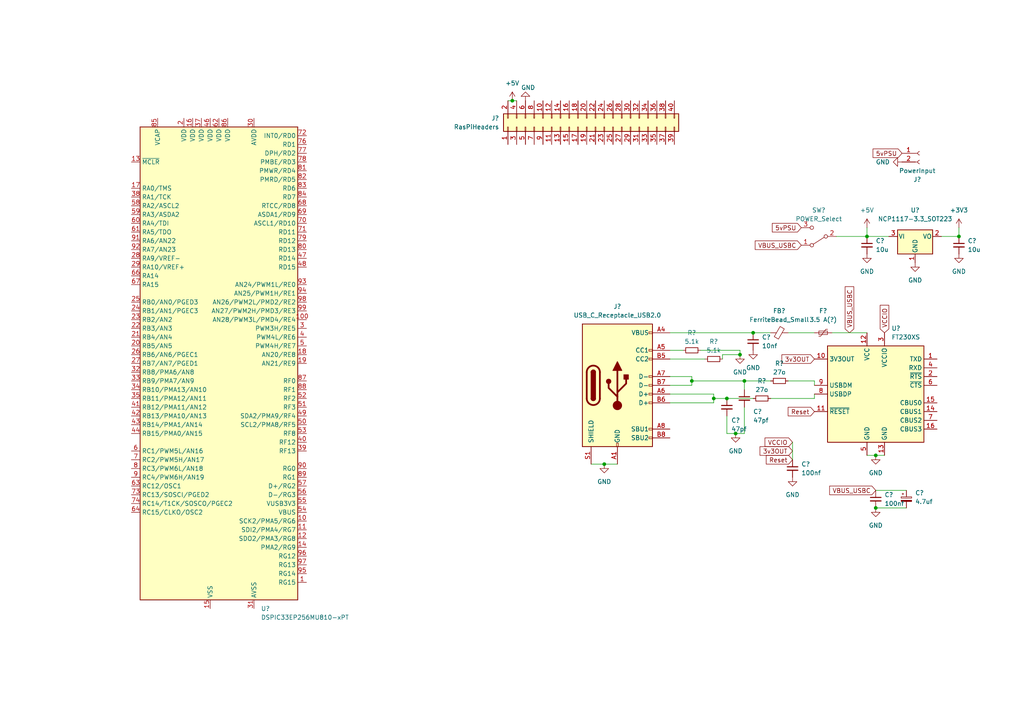
<source format=kicad_sch>
(kicad_sch (version 20211123) (generator eeschema)
  (paper "A4")
  (lib_symbols
    (symbol "Connector:Conn_01x02_Female" (pin_names (offset 1.016) hide)
      (property "Reference" "J" (at 0 2.54 0))
      (property "Value" "Conn_01x02_Female" (at 0 -5.08 0))
      (symbol "Conn_01x02_Female_1_1"
        (arc (start 0 -2.032) (mid -0.508 -2.54) (end 0 -3.048) (stroke (width 0.1524)))
        (polyline (pts (xy -1.27 -2.54) (xy -0.508 -2.54)) (stroke (width 0.1524)))
        (polyline (pts (xy -1.27 0) (xy -0.508 0)) (stroke (width 0.1524)))
        (arc (start 0 0.508) (mid -0.508 0) (end 0 -0.508) (stroke (width 0.1524)))
        (pin passive line (at -5.08 0 0) (length 3.81) (name "Pin_1") (number "1"))
        (pin passive line (at -5.08 -2.54 0) (length 3.81) (name "Pin_2") (number "2"))
      )
    )
    (symbol "Connector:USB_C_Receptacle_USB2.0" (pin_names (offset 1.016))
      (property "Reference" "J" (at -10.16 19.05 0))
      (property "Value" "USB_C_Receptacle_USB2.0" (at 19.05 19.05 0))
      (symbol "USB_C_Receptacle_USB2.0_0_0"
        (rectangle (start -0.254 -17.78) (end 0.254 -16.764))
        (rectangle (start 10.16 -14.986) (end 9.144 -15.494))
        (rectangle (start 10.16 -12.446) (end 9.144 -12.954))
        (rectangle (start 10.16 -4.826) (end 9.144 -5.334))
        (rectangle (start 10.16 -2.286) (end 9.144 -2.794))
        (rectangle (start 10.16 0.254) (end 9.144 -0.254))
        (rectangle (start 10.16 2.794) (end 9.144 2.286))
        (rectangle (start 10.16 7.874) (end 9.144 7.366))
        (rectangle (start 10.16 10.414) (end 9.144 9.906))
        (rectangle (start 10.16 15.494) (end 9.144 14.986))
      )
      (symbol "USB_C_Receptacle_USB2.0_0_1"
        (rectangle (start -10.16 17.78) (end 10.16 -17.78) (stroke (width 0.254)) (fill (type background)))
        (arc (start -8.89 -3.81) (mid -6.985 -5.715) (end -5.08 -3.81) (stroke (width 0.508)))
        (arc (start -7.62 -3.81) (mid -6.985 -4.445) (end -6.35 -3.81) (stroke (width 0.254)))
        (arc (start -7.62 -3.81) (mid -6.985 -4.445) (end -6.35 -3.81) (stroke (width 0.254)) (fill (type outline)))
        (rectangle (start -7.62 -3.81) (end -6.35 3.81) (stroke (width 0.254)) (fill (type outline)))
        (arc (start -6.35 3.81) (mid -6.985 4.445) (end -7.62 3.81) (stroke (width 0.254)))
        (arc (start -6.35 3.81) (mid -6.985 4.445) (end -7.62 3.81) (stroke (width 0.254)) (fill (type outline)))
        (arc (start -5.08 3.81) (mid -6.985 5.715) (end -8.89 3.81) (stroke (width 0.508)))
        (circle (center -2.54 1.143) (radius 0.635) (stroke (width 0.254)) (fill (type outline)))
        (circle (center 0 -5.842) (radius 1.27) (fill (type outline)))
        (polyline (pts (xy -8.89 -3.81) (xy -8.89 3.81)) (stroke (width 0.508)))
        (polyline (pts (xy -5.08 3.81) (xy -5.08 -3.81)) (stroke (width 0.508)))
        (polyline (pts (xy 0 -5.842) (xy 0 4.318)) (stroke (width 0.508)))
        (polyline (pts (xy 0 -3.302) (xy -2.54 -0.762) (xy -2.54 0.508)) (stroke (width 0.508)))
        (polyline (pts (xy 0 -2.032) (xy 2.54 0.508) (xy 2.54 1.778)) (stroke (width 0.508)))
        (polyline (pts (xy -1.27 4.318) (xy 0 6.858) (xy 1.27 4.318) (xy -1.27 4.318)) (stroke (width 0.254)) (fill (type outline)))
        (rectangle (start 1.905 1.778) (end 3.175 3.048) (stroke (width 0.254)) (fill (type outline)))
      )
      (symbol "USB_C_Receptacle_USB2.0_1_1"
        (pin passive line (at 0 -22.86 90) (length 5.08) (name "GND") (number "A1"))
        (pin passive line (at 0 -22.86 90) (length 5.08) hide (name "GND") (number "A12"))
        (pin passive line (at 15.24 15.24 180) (length 5.08) (name "VBUS") (number "A4"))
        (pin bidirectional line (at 15.24 10.16 180) (length 5.08) (name "CC1") (number "A5"))
        (pin bidirectional line (at 15.24 -2.54 180) (length 5.08) (name "D+") (number "A6"))
        (pin bidirectional line (at 15.24 2.54 180) (length 5.08) (name "D-") (number "A7"))
        (pin bidirectional line (at 15.24 -12.7 180) (length 5.08) (name "SBU1") (number "A8"))
        (pin passive line (at 15.24 15.24 180) (length 5.08) hide (name "VBUS") (number "A9"))
        (pin passive line (at 0 -22.86 90) (length 5.08) hide (name "GND") (number "B1"))
        (pin passive line (at 0 -22.86 90) (length 5.08) hide (name "GND") (number "B12"))
        (pin passive line (at 15.24 15.24 180) (length 5.08) hide (name "VBUS") (number "B4"))
        (pin bidirectional line (at 15.24 7.62 180) (length 5.08) (name "CC2") (number "B5"))
        (pin bidirectional line (at 15.24 -5.08 180) (length 5.08) (name "D+") (number "B6"))
        (pin bidirectional line (at 15.24 0 180) (length 5.08) (name "D-") (number "B7"))
        (pin bidirectional line (at 15.24 -15.24 180) (length 5.08) (name "SBU2") (number "B8"))
        (pin passive line (at 15.24 15.24 180) (length 5.08) hide (name "VBUS") (number "B9"))
        (pin passive line (at -7.62 -22.86 90) (length 5.08) (name "SHIELD") (number "S1"))
      )
    )
    (symbol "Connector_Generic:Conn_02x20_Odd_Even" (pin_names (offset 1.016) hide)
      (property "Reference" "J" (at 1.27 25.4 0))
      (property "Value" "Conn_02x20_Odd_Even" (at 1.27 -27.94 0))
      (symbol "Conn_02x20_Odd_Even_1_1"
        (rectangle (start -1.27 -25.273) (end 0 -25.527) (stroke (width 0.1524)))
        (rectangle (start -1.27 -22.733) (end 0 -22.987) (stroke (width 0.1524)))
        (rectangle (start -1.27 -20.193) (end 0 -20.447) (stroke (width 0.1524)))
        (rectangle (start -1.27 -17.653) (end 0 -17.907) (stroke (width 0.1524)))
        (rectangle (start -1.27 -15.113) (end 0 -15.367) (stroke (width 0.1524)))
        (rectangle (start -1.27 -12.573) (end 0 -12.827) (stroke (width 0.1524)))
        (rectangle (start -1.27 -10.033) (end 0 -10.287) (stroke (width 0.1524)))
        (rectangle (start -1.27 -7.493) (end 0 -7.747) (stroke (width 0.1524)))
        (rectangle (start -1.27 -4.953) (end 0 -5.207) (stroke (width 0.1524)))
        (rectangle (start -1.27 -2.413) (end 0 -2.667) (stroke (width 0.1524)))
        (rectangle (start -1.27 0.127) (end 0 -0.127) (stroke (width 0.1524)))
        (rectangle (start -1.27 2.667) (end 0 2.413) (stroke (width 0.1524)))
        (rectangle (start -1.27 5.207) (end 0 4.953) (stroke (width 0.1524)))
        (rectangle (start -1.27 7.747) (end 0 7.493) (stroke (width 0.1524)))
        (rectangle (start -1.27 10.287) (end 0 10.033) (stroke (width 0.1524)))
        (rectangle (start -1.27 12.827) (end 0 12.573) (stroke (width 0.1524)))
        (rectangle (start -1.27 15.367) (end 0 15.113) (stroke (width 0.1524)))
        (rectangle (start -1.27 17.907) (end 0 17.653) (stroke (width 0.1524)))
        (rectangle (start -1.27 20.447) (end 0 20.193) (stroke (width 0.1524)))
        (rectangle (start -1.27 22.987) (end 0 22.733) (stroke (width 0.1524)))
        (rectangle (start -1.27 24.13) (end 3.81 -26.67) (stroke (width 0.254)) (fill (type background)))
        (rectangle (start 3.81 -25.273) (end 2.54 -25.527) (stroke (width 0.1524)))
        (rectangle (start 3.81 -22.733) (end 2.54 -22.987) (stroke (width 0.1524)))
        (rectangle (start 3.81 -20.193) (end 2.54 -20.447) (stroke (width 0.1524)))
        (rectangle (start 3.81 -17.653) (end 2.54 -17.907) (stroke (width 0.1524)))
        (rectangle (start 3.81 -15.113) (end 2.54 -15.367) (stroke (width 0.1524)))
        (rectangle (start 3.81 -12.573) (end 2.54 -12.827) (stroke (width 0.1524)))
        (rectangle (start 3.81 -10.033) (end 2.54 -10.287) (stroke (width 0.1524)))
        (rectangle (start 3.81 -7.493) (end 2.54 -7.747) (stroke (width 0.1524)))
        (rectangle (start 3.81 -4.953) (end 2.54 -5.207) (stroke (width 0.1524)))
        (rectangle (start 3.81 -2.413) (end 2.54 -2.667) (stroke (width 0.1524)))
        (rectangle (start 3.81 0.127) (end 2.54 -0.127) (stroke (width 0.1524)))
        (rectangle (start 3.81 2.667) (end 2.54 2.413) (stroke (width 0.1524)))
        (rectangle (start 3.81 5.207) (end 2.54 4.953) (stroke (width 0.1524)))
        (rectangle (start 3.81 7.747) (end 2.54 7.493) (stroke (width 0.1524)))
        (rectangle (start 3.81 10.287) (end 2.54 10.033) (stroke (width 0.1524)))
        (rectangle (start 3.81 12.827) (end 2.54 12.573) (stroke (width 0.1524)))
        (rectangle (start 3.81 15.367) (end 2.54 15.113) (stroke (width 0.1524)))
        (rectangle (start 3.81 17.907) (end 2.54 17.653) (stroke (width 0.1524)))
        (rectangle (start 3.81 20.447) (end 2.54 20.193) (stroke (width 0.1524)))
        (rectangle (start 3.81 22.987) (end 2.54 22.733) (stroke (width 0.1524)))
        (pin passive line (at -5.08 22.86 0) (length 3.81) (name "Pin_1") (number "1"))
        (pin passive line (at 7.62 12.7 180) (length 3.81) (name "Pin_10") (number "10"))
        (pin passive line (at -5.08 10.16 0) (length 3.81) (name "Pin_11") (number "11"))
        (pin passive line (at 7.62 10.16 180) (length 3.81) (name "Pin_12") (number "12"))
        (pin passive line (at -5.08 7.62 0) (length 3.81) (name "Pin_13") (number "13"))
        (pin passive line (at 7.62 7.62 180) (length 3.81) (name "Pin_14") (number "14"))
        (pin passive line (at -5.08 5.08 0) (length 3.81) (name "Pin_15") (number "15"))
        (pin passive line (at 7.62 5.08 180) (length 3.81) (name "Pin_16") (number "16"))
        (pin passive line (at -5.08 2.54 0) (length 3.81) (name "Pin_17") (number "17"))
        (pin passive line (at 7.62 2.54 180) (length 3.81) (name "Pin_18") (number "18"))
        (pin passive line (at -5.08 0 0) (length 3.81) (name "Pin_19") (number "19"))
        (pin passive line (at 7.62 22.86 180) (length 3.81) (name "Pin_2") (number "2"))
        (pin passive line (at 7.62 0 180) (length 3.81) (name "Pin_20") (number "20"))
        (pin passive line (at -5.08 -2.54 0) (length 3.81) (name "Pin_21") (number "21"))
        (pin passive line (at 7.62 -2.54 180) (length 3.81) (name "Pin_22") (number "22"))
        (pin passive line (at -5.08 -5.08 0) (length 3.81) (name "Pin_23") (number "23"))
        (pin passive line (at 7.62 -5.08 180) (length 3.81) (name "Pin_24") (number "24"))
        (pin passive line (at -5.08 -7.62 0) (length 3.81) (name "Pin_25") (number "25"))
        (pin passive line (at 7.62 -7.62 180) (length 3.81) (name "Pin_26") (number "26"))
        (pin passive line (at -5.08 -10.16 0) (length 3.81) (name "Pin_27") (number "27"))
        (pin passive line (at 7.62 -10.16 180) (length 3.81) (name "Pin_28") (number "28"))
        (pin passive line (at -5.08 -12.7 0) (length 3.81) (name "Pin_29") (number "29"))
        (pin passive line (at -5.08 20.32 0) (length 3.81) (name "Pin_3") (number "3"))
        (pin passive line (at 7.62 -12.7 180) (length 3.81) (name "Pin_30") (number "30"))
        (pin passive line (at -5.08 -15.24 0) (length 3.81) (name "Pin_31") (number "31"))
        (pin passive line (at 7.62 -15.24 180) (length 3.81) (name "Pin_32") (number "32"))
        (pin passive line (at -5.08 -17.78 0) (length 3.81) (name "Pin_33") (number "33"))
        (pin passive line (at 7.62 -17.78 180) (length 3.81) (name "Pin_34") (number "34"))
        (pin passive line (at -5.08 -20.32 0) (length 3.81) (name "Pin_35") (number "35"))
        (pin passive line (at 7.62 -20.32 180) (length 3.81) (name "Pin_36") (number "36"))
        (pin passive line (at -5.08 -22.86 0) (length 3.81) (name "Pin_37") (number "37"))
        (pin passive line (at 7.62 -22.86 180) (length 3.81) (name "Pin_38") (number "38"))
        (pin passive line (at -5.08 -25.4 0) (length 3.81) (name "Pin_39") (number "39"))
        (pin passive line (at 7.62 20.32 180) (length 3.81) (name "Pin_4") (number "4"))
        (pin passive line (at 7.62 -25.4 180) (length 3.81) (name "Pin_40") (number "40"))
        (pin passive line (at -5.08 17.78 0) (length 3.81) (name "Pin_5") (number "5"))
        (pin passive line (at 7.62 17.78 180) (length 3.81) (name "Pin_6") (number "6"))
        (pin passive line (at -5.08 15.24 0) (length 3.81) (name "Pin_7") (number "7"))
        (pin passive line (at 7.62 15.24 180) (length 3.81) (name "Pin_8") (number "8"))
        (pin passive line (at -5.08 12.7 0) (length 3.81) (name "Pin_9") (number "9"))
      )
    )
    (symbol "DSP_Microchip_DSPIC33:DSPIC33EP256MU810-xPT"
      (property "Reference" "U" (at 19.05 69.85 0))
      (property "Value" "DSPIC33EP256MU810-xPT" (at 0 -2.54 90))
      (symbol "DSPIC33EP256MU810-xPT_0_1"
        (rectangle (start -22.86 68.58) (end 22.86 -68.58) (stroke (width 0.254)) (fill (type background)))
      )
      (symbol "DSPIC33EP256MU810-xPT_1_1"
        (pin bidirectional line (at 25.4 -63.5 180) (length 2.54) (name "RG15") (number "1"))
        (pin bidirectional line (at 25.4 -45.72 180) (length 2.54) (name "SCK2/PMA5/RG6") (number "10"))
        (pin bidirectional line (at 25.4 12.7 180) (length 2.54) (name "AN28/PWM3L/PMD4/RE4") (number "100"))
        (pin bidirectional line (at 25.4 -48.26 180) (length 2.54) (name "SDI2/PMA4/RG7") (number "11"))
        (pin bidirectional line (at 25.4 -50.8 180) (length 2.54) (name "SDO2/PMA3/RG8") (number "12"))
        (pin input line (at -25.4 58.42 0) (length 2.54) (name "~{MCLR}") (number "13"))
        (pin bidirectional line (at 25.4 -53.34 180) (length 2.54) (name "PMA2/RG9") (number "14"))
        (pin power_in line (at -2.54 -71.12 90) (length 2.54) (name "VSS") (number "15"))
        (pin power_in line (at -7.62 71.12 270) (length 2.54) (name "VDD") (number "16"))
        (pin bidirectional line (at -25.4 50.8 0) (length 2.54) (name "RA0/TMS") (number "17"))
        (pin bidirectional line (at 25.4 2.54 180) (length 2.54) (name "AN20/RE8") (number "18"))
        (pin bidirectional line (at 25.4 0 180) (length 2.54) (name "AN21/RE9") (number "19"))
        (pin power_in line (at -10.16 71.12 270) (length 2.54) (name "VDD") (number "2"))
        (pin bidirectional line (at -25.4 5.08 0) (length 2.54) (name "RB5/AN5") (number "20"))
        (pin bidirectional line (at -25.4 7.62 0) (length 2.54) (name "RB4/AN4") (number "21"))
        (pin bidirectional line (at -25.4 10.16 0) (length 2.54) (name "RB3/AN3") (number "22"))
        (pin bidirectional line (at -25.4 12.7 0) (length 2.54) (name "RB2/AN2") (number "23"))
        (pin bidirectional line (at -25.4 15.24 0) (length 2.54) (name "RB1/AN1/PGEC3") (number "24"))
        (pin bidirectional line (at -25.4 17.78 0) (length 2.54) (name "RB0/AN0/PGED3") (number "25"))
        (pin bidirectional line (at -25.4 2.54 0) (length 2.54) (name "RB6/AN6/PGEC1") (number "26"))
        (pin bidirectional line (at -25.4 0 0) (length 2.54) (name "RB7/AN7/PGED1") (number "27"))
        (pin bidirectional line (at -25.4 30.48 0) (length 2.54) (name "RA9/VREF-") (number "28"))
        (pin bidirectional line (at -25.4 27.94 0) (length 2.54) (name "RA10/VREF+") (number "29"))
        (pin bidirectional line (at 25.4 10.16 180) (length 2.54) (name "PWM3H/RE5") (number "3"))
        (pin power_in line (at 10.16 71.12 270) (length 2.54) (name "AVDD") (number "30"))
        (pin power_in line (at 10.16 -71.12 90) (length 2.54) (name "AVSS") (number "31"))
        (pin bidirectional line (at -25.4 -2.54 0) (length 2.54) (name "RB8/PMA6/AN8") (number "32"))
        (pin bidirectional line (at -25.4 -5.08 0) (length 2.54) (name "RB9/PMA7/AN9") (number "33"))
        (pin bidirectional line (at -25.4 -7.62 0) (length 2.54) (name "RB10/PMA13/AN10") (number "34"))
        (pin bidirectional line (at -25.4 -10.16 0) (length 2.54) (name "RB11/PMA12/AN11") (number "35"))
        (pin passive line (at -2.54 -71.12 90) (length 2.54) hide (name "VSS") (number "36"))
        (pin power_in line (at -5.08 71.12 270) (length 2.54) (name "VDD") (number "37"))
        (pin bidirectional line (at -25.4 48.26 0) (length 2.54) (name "RA1/TCK") (number "38"))
        (pin bidirectional line (at 25.4 -25.4 180) (length 2.54) (name "RF13") (number "39"))
        (pin bidirectional line (at 25.4 7.62 180) (length 2.54) (name "PWM4L/RE6") (number "4"))
        (pin bidirectional line (at 25.4 -22.86 180) (length 2.54) (name "RF12") (number "40"))
        (pin bidirectional line (at -25.4 -12.7 0) (length 2.54) (name "RB12/PMA11/AN12") (number "41"))
        (pin bidirectional line (at -25.4 -15.24 0) (length 2.54) (name "RB13/PMA10/AN13") (number "42"))
        (pin bidirectional line (at -25.4 -17.78 0) (length 2.54) (name "RB14/PMA1/AN14") (number "43"))
        (pin bidirectional line (at -25.4 -20.32 0) (length 2.54) (name "RB15/PMA0/AN15") (number "44"))
        (pin passive line (at -2.54 -71.12 90) (length 2.54) hide (name "VSS") (number "45"))
        (pin power_in line (at -2.54 71.12 270) (length 2.54) (name "VDD") (number "46"))
        (pin bidirectional line (at 25.4 30.48 180) (length 2.54) (name "RD14") (number "47"))
        (pin bidirectional line (at 25.4 27.94 180) (length 2.54) (name "RD15") (number "48"))
        (pin bidirectional line (at 25.4 -15.24 180) (length 2.54) (name "SDA2/PMA9/RF4") (number "49"))
        (pin bidirectional line (at 25.4 5.08 180) (length 2.54) (name "PWM4H/RE7") (number "5"))
        (pin bidirectional line (at 25.4 -17.78 180) (length 2.54) (name "SCL2/PMA8/RF5") (number "50"))
        (pin bidirectional line (at 25.4 -12.7 180) (length 2.54) (name "RF3") (number "51"))
        (pin bidirectional line (at 25.4 -10.16 180) (length 2.54) (name "RF2") (number "52"))
        (pin bidirectional line (at 25.4 -20.32 180) (length 2.54) (name "RF8") (number "53"))
        (pin bidirectional line (at 25.4 -43.18 180) (length 2.54) (name "VBUS") (number "54"))
        (pin bidirectional line (at 25.4 -40.64 180) (length 2.54) (name "VUSB3V3") (number "55"))
        (pin bidirectional line (at 25.4 -38.1 180) (length 2.54) (name "D-/RG3") (number "56"))
        (pin bidirectional line (at 25.4 -35.56 180) (length 2.54) (name "D+/RG2") (number "57"))
        (pin bidirectional line (at -25.4 45.72 0) (length 2.54) (name "RA2/ASCL2") (number "58"))
        (pin bidirectional line (at -25.4 43.18 0) (length 2.54) (name "RA3/ASDA2") (number "59"))
        (pin bidirectional line (at -25.4 -25.4 0) (length 2.54) (name "RC1/PWM5L/AN16") (number "6"))
        (pin bidirectional line (at -25.4 40.64 0) (length 2.54) (name "RA4/TDI") (number "60"))
        (pin bidirectional line (at -25.4 38.1 0) (length 2.54) (name "RA5/TDO") (number "61"))
        (pin power_in line (at 0 71.12 270) (length 2.54) (name "VDD") (number "62"))
        (pin bidirectional line (at -25.4 -35.56 0) (length 2.54) (name "RC12/OSC1") (number "63"))
        (pin bidirectional line (at -25.4 -43.18 0) (length 2.54) (name "RC15/CLKO/OSC2") (number "64"))
        (pin passive line (at -2.54 -71.12 90) (length 2.54) hide (name "VSS") (number "65"))
        (pin bidirectional line (at -25.4 25.4 0) (length 2.54) (name "RA14") (number "66"))
        (pin bidirectional line (at -25.4 22.86 0) (length 2.54) (name "RA15") (number "67"))
        (pin bidirectional line (at 25.4 45.72 180) (length 2.54) (name "RTCC/RD8") (number "68"))
        (pin bidirectional line (at 25.4 43.18 180) (length 2.54) (name "ASDA1/RD9") (number "69"))
        (pin bidirectional line (at -25.4 -27.94 0) (length 2.54) (name "RC2/PWM5H/AN17") (number "7"))
        (pin bidirectional line (at 25.4 40.64 180) (length 2.54) (name "ASCL1/RD10") (number "70"))
        (pin bidirectional line (at 25.4 38.1 180) (length 2.54) (name "RD11") (number "71"))
        (pin bidirectional line (at 25.4 66.04 180) (length 2.54) (name "INT0/RD0") (number "72"))
        (pin bidirectional line (at -25.4 -38.1 0) (length 2.54) (name "RC13/SOSCI/PGED2") (number "73"))
        (pin bidirectional line (at -25.4 -40.64 0) (length 2.54) (name "RC14/T1CK/SOSCO/PGEC2") (number "74"))
        (pin passive line (at -2.54 -71.12 90) (length 2.54) hide (name "VSS") (number "75"))
        (pin bidirectional line (at 25.4 63.5 180) (length 2.54) (name "RD1") (number "76"))
        (pin bidirectional line (at 25.4 60.96 180) (length 2.54) (name "DPH/RD2") (number "77"))
        (pin bidirectional line (at 25.4 58.42 180) (length 2.54) (name "PMBE/RD3") (number "78"))
        (pin bidirectional line (at 25.4 35.56 180) (length 2.54) (name "RD12") (number "79"))
        (pin bidirectional line (at -25.4 -30.48 0) (length 2.54) (name "RC3/PWM6L/AN18") (number "8"))
        (pin bidirectional line (at 25.4 33.02 180) (length 2.54) (name "RD13") (number "80"))
        (pin bidirectional line (at 25.4 55.88 180) (length 2.54) (name "PMWR/RD4") (number "81"))
        (pin bidirectional line (at 25.4 53.34 180) (length 2.54) (name "PMRD/RD5") (number "82"))
        (pin bidirectional line (at 25.4 50.8 180) (length 2.54) (name "RD6") (number "83"))
        (pin bidirectional line (at 25.4 48.26 180) (length 2.54) (name "RD7") (number "84"))
        (pin passive line (at -17.78 71.12 270) (length 2.54) (name "VCAP") (number "85"))
        (pin power_in line (at 2.54 71.12 270) (length 2.54) (name "VDD") (number "86"))
        (pin bidirectional line (at 25.4 -5.08 180) (length 2.54) (name "RF0") (number "87"))
        (pin bidirectional line (at 25.4 -7.62 180) (length 2.54) (name "RF1") (number "88"))
        (pin bidirectional line (at 25.4 -33.02 180) (length 2.54) (name "RG1") (number "89"))
        (pin bidirectional line (at -25.4 -33.02 0) (length 2.54) (name "RC4/PWM6H/AN19") (number "9"))
        (pin bidirectional line (at 25.4 -30.48 180) (length 2.54) (name "RG0") (number "90"))
        (pin bidirectional line (at -25.4 35.56 0) (length 2.54) (name "RA6/AN22") (number "91"))
        (pin bidirectional line (at -25.4 33.02 0) (length 2.54) (name "RA7/AN23") (number "92"))
        (pin bidirectional line (at 25.4 22.86 180) (length 2.54) (name "AN24/PWM1L/RE0") (number "93"))
        (pin bidirectional line (at 25.4 20.32 180) (length 2.54) (name "AN25/PWM1H/RE1") (number "94"))
        (pin bidirectional line (at 25.4 -60.96 180) (length 2.54) (name "RG14") (number "95"))
        (pin bidirectional line (at 25.4 -55.88 180) (length 2.54) (name "RG12") (number "96"))
        (pin bidirectional line (at 25.4 -58.42 180) (length 2.54) (name "RG13") (number "97"))
        (pin bidirectional line (at 25.4 17.78 180) (length 2.54) (name "AN26/PWM2L/PMD2/RE2") (number "98"))
        (pin bidirectional line (at 25.4 15.24 180) (length 2.54) (name "AN27/PWM2H/PMD3/RE3") (number "99"))
      )
    )
    (symbol "Device:C_Polarized_Small" (pin_numbers hide) (pin_names (offset 0.254) hide)
      (property "Reference" "C" (at 0.254 1.778 0))
      (property "Value" "C_Polarized_Small" (at 0.254 -2.032 0))
      (symbol "C_Polarized_Small_0_1"
        (rectangle (start -1.524 -0.3048) (end 1.524 -0.6858) (fill (type outline)))
        (rectangle (start -1.524 0.6858) (end 1.524 0.3048))
        (polyline (pts (xy -1.27 1.524) (xy -0.762 1.524)))
        (polyline (pts (xy -1.016 1.27) (xy -1.016 1.778)))
      )
      (symbol "C_Polarized_Small_1_1"
        (pin passive line (at 0 2.54 270) (length 1.8542) (name "~") (number "1"))
        (pin passive line (at 0 -2.54 90) (length 1.8542) (name "~") (number "2"))
      )
    )
    (symbol "Device:C_Small" (pin_numbers hide) (pin_names (offset 0.254) hide)
      (property "Reference" "C" (at 0.254 1.778 0))
      (property "Value" "C_Small" (at 0.254 -2.032 0))
      (symbol "C_Small_0_1"
        (polyline (pts (xy -1.524 -0.508) (xy 1.524 -0.508)) (stroke (width 0.3302)))
        (polyline (pts (xy -1.524 0.508) (xy 1.524 0.508)) (stroke (width 0.3048)))
      )
      (symbol "C_Small_1_1"
        (pin passive line (at 0 2.54 270) (length 2.032) (name "~") (number "1"))
        (pin passive line (at 0 -2.54 90) (length 2.032) (name "~") (number "2"))
      )
    )
    (symbol "Device:FerriteBead_Small" (pin_numbers hide) (pin_names (offset 0))
      (property "Reference" "FB" (at 1.905 1.27 0))
      (property "Value" "FerriteBead_Small" (at 1.905 -1.27 0))
      (symbol "FerriteBead_Small_0_1"
        (polyline (pts (xy 0 -1.27) (xy 0 -0.7874)))
        (polyline (pts (xy 0 0.889) (xy 0 1.2954)))
        (polyline (pts (xy -1.8288 0.2794) (xy -1.1176 1.4986) (xy 1.8288 -0.2032) (xy 1.1176 -1.4224) (xy -1.8288 0.2794)))
      )
      (symbol "FerriteBead_Small_1_1"
        (pin passive line (at 0 2.54 270) (length 1.27) (name "~") (number "1"))
        (pin passive line (at 0 -2.54 90) (length 1.27) (name "~") (number "2"))
      )
    )
    (symbol "Device:Polyfuse_Small" (pin_numbers hide) (pin_names (offset 0))
      (property "Reference" "F" (at -1.905 0 90))
      (property "Value" "Polyfuse_Small" (at 1.905 0 90))
      (symbol "Polyfuse_Small_0_1"
        (rectangle (start -0.508 1.27) (end 0.508 -1.27))
        (polyline (pts (xy 0 2.54) (xy 0 -2.54)))
        (polyline (pts (xy -1.016 1.27) (xy -1.016 0.762) (xy 1.016 -0.762) (xy 1.016 -1.27)))
      )
      (symbol "Polyfuse_Small_1_1"
        (pin passive line (at 0 2.54 270) (length 0.635) (name "~") (number "1"))
        (pin passive line (at 0 -2.54 90) (length 0.635) (name "~") (number "2"))
      )
    )
    (symbol "Device:R_Small" (pin_numbers hide) (pin_names (offset 0.254) hide)
      (property "Reference" "R" (at 0.762 0.508 0))
      (property "Value" "R_Small" (at 0.762 -1.016 0))
      (symbol "R_Small_0_1"
        (rectangle (start -0.762 1.778) (end 0.762 -1.778) (stroke (width 0.2032)))
      )
      (symbol "R_Small_1_1"
        (pin passive line (at 0 2.54 270) (length 0.762) (name "~") (number "1"))
        (pin passive line (at 0 -2.54 90) (length 0.762) (name "~") (number "2"))
      )
    )
    (symbol "Interface_USB:FT230XS"
      (property "Reference" "U" (at -13.97 15.24 0))
      (property "Value" "FT230XS" (at 7.62 15.24 0))
      (symbol "FT230XS_0_1"
        (rectangle (start -13.97 13.97) (end 13.97 -13.97) (stroke (width 0.254)) (fill (type background)))
      )
      (symbol "FT230XS_1_1"
        (pin output line (at 17.78 10.16 180) (length 3.81) (name "TXD") (number "1"))
        (pin power_out line (at -17.78 10.16 0) (length 3.81) (name "3V3OUT") (number "10"))
        (pin input line (at -17.78 -5.08 0) (length 3.81) (name "~{RESET}") (number "11"))
        (pin power_in line (at -2.54 17.78 270) (length 3.81) (name "VCC") (number "12"))
        (pin power_in line (at 2.54 -17.78 90) (length 3.81) (name "GND") (number "13"))
        (pin bidirectional line (at 17.78 -5.08 180) (length 3.81) (name "CBUS1") (number "14"))
        (pin bidirectional line (at 17.78 -2.54 180) (length 3.81) (name "CBUS0") (number "15"))
        (pin bidirectional line (at 17.78 -10.16 180) (length 3.81) (name "CBUS3") (number "16"))
        (pin output line (at 17.78 5.08 180) (length 3.81) (name "~{RTS}") (number "2"))
        (pin power_in line (at 2.54 17.78 270) (length 3.81) (name "VCCIO") (number "3"))
        (pin input line (at 17.78 7.62 180) (length 3.81) (name "RXD") (number "4"))
        (pin power_in line (at -2.54 -17.78 90) (length 3.81) (name "GND") (number "5"))
        (pin input line (at 17.78 2.54 180) (length 3.81) (name "~{CTS}") (number "6"))
        (pin bidirectional line (at 17.78 -7.62 180) (length 3.81) (name "CBUS2") (number "7"))
        (pin bidirectional line (at -17.78 0 0) (length 3.81) (name "USBDP") (number "8"))
        (pin bidirectional line (at -17.78 2.54 0) (length 3.81) (name "USBDM") (number "9"))
      )
    )
    (symbol "Regulator_Linear:NCP1117-3.3_SOT223" (pin_names (offset 0.254))
      (property "Reference" "U" (at -3.81 3.175 0))
      (property "Value" "NCP1117-3.3_SOT223" (at 0 3.175 0))
      (symbol "NCP1117-3.3_SOT223_0_1"
        (rectangle (start -5.08 -5.08) (end 5.08 1.905) (stroke (width 0.254)) (fill (type background)))
      )
      (symbol "NCP1117-3.3_SOT223_1_1"
        (pin power_in line (at 0 -7.62 90) (length 2.54) (name "GND") (number "1"))
        (pin power_out line (at 7.62 0 180) (length 2.54) (name "VO") (number "2"))
        (pin power_in line (at -7.62 0 0) (length 2.54) (name "VI") (number "3"))
      )
    )
    (symbol "Switch:SW_SPDT" (pin_names (offset 0) hide)
      (property "Reference" "SW" (at 0 4.318 0))
      (property "Value" "SW_SPDT" (at 0 -5.08 0))
      (symbol "SW_SPDT_0_0"
        (circle (center -2.032 0) (radius 0.508))
        (circle (center 2.032 -2.54) (radius 0.508))
      )
      (symbol "SW_SPDT_0_1"
        (polyline (pts (xy -1.524 0.254) (xy 1.651 2.286)))
        (circle (center 2.032 2.54) (radius 0.508))
      )
      (symbol "SW_SPDT_1_1"
        (pin passive line (at 5.08 2.54 180) (length 2.54) (name "A") (number "1"))
        (pin passive line (at -5.08 0 0) (length 2.54) (name "B") (number "2"))
        (pin passive line (at 5.08 -2.54 180) (length 2.54) (name "C") (number "3"))
      )
    )
    (symbol "power:+3V3" (power) (pin_names (offset 0))
      (property "Value" "+3V3" (at 0 3.556 0))
      (symbol "+3V3_0_1"
        (polyline (pts (xy -0.762 1.27) (xy 0 2.54)))
        (polyline (pts (xy 0 0) (xy 0 2.54)))
        (polyline (pts (xy 0 2.54) (xy 0.762 1.27)))
      )
      (symbol "+3V3_1_1"
        (pin power_in line (at 0 0 90) (length 0) hide (name "+3V3") (number "1"))
      )
    )
    (symbol "power:+5V" (power) (pin_names (offset 0))
      (property "Value" "+5V" (at 0 3.556 0))
      (symbol "+5V_0_1"
        (polyline (pts (xy -0.762 1.27) (xy 0 2.54)))
        (polyline (pts (xy 0 0) (xy 0 2.54)))
        (polyline (pts (xy 0 2.54) (xy 0.762 1.27)))
      )
      (symbol "+5V_1_1"
        (pin power_in line (at 0 0 90) (length 0) hide (name "+5V") (number "1"))
      )
    )
    (symbol "power:GND" (power) (pin_names (offset 0))
      (property "Value" "GND" (at 0 -3.81 0))
      (symbol "GND_0_1"
        (polyline (pts (xy 0 0) (xy 0 -1.27) (xy 1.27 -1.27) (xy 0 -2.54) (xy -1.27 -1.27) (xy 0 -1.27)))
      )
      (symbol "GND_1_1"
        (pin power_in line (at 0 0 270) (length 0) hide (name "GND") (number "1"))
      )
    )
  )
  (junction (at 175.26 134.62))
  (junction (at 251.46 68.58))
  (junction (at 213.36 125.73))
  (junction (at 200.66 110.49))
  (junction (at 218.44 96.52))
  (junction (at 215.9 110.49))
  (junction (at 207.01 115.57))
  (junction (at 254 147.32))
  (junction (at 214.63 102.87))
  (junction (at 254 132.08))
  (junction (at 210.82 115.57))
  (junction (at 278.13 68.58))
  (junction (at 148.59 29.21))
  (wire (pts (xy 203.2 101.6) (xy 214.63 101.6)))
  (wire (pts (xy 194.31 116.84) (xy 207.01 116.84)))
  (wire (pts (xy 278.13 66.04) (xy 278.13 68.58)))
  (wire (pts (xy 210.82 125.73) (xy 213.36 125.73)))
  (wire (pts (xy 200.66 110.49) (xy 200.66 111.76)))
  (wire (pts (xy 251.46 68.58) (xy 257.81 68.58)))
  (wire (pts (xy 278.13 68.58) (xy 273.05 68.58)))
  (wire (pts (xy 194.31 96.52) (xy 218.44 96.52)))
  (wire (pts (xy 175.26 134.62) (xy 179.07 134.62)))
  (wire (pts (xy 251.46 66.04) (xy 251.46 68.58)))
  (wire (pts (xy 241.3 96.52) (xy 251.46 96.52)))
  (wire (pts (xy 194.31 104.14) (xy 204.47 104.14)))
  (wire (pts (xy 218.44 115.57) (xy 210.82 115.57)))
  (wire (pts (xy 194.31 114.3) (xy 207.01 114.3)))
  (wire (pts (xy 254 132.08) (xy 256.54 132.08)))
  (wire (pts (xy 207.01 114.3) (xy 207.01 115.57)))
  (wire (pts (xy 200.66 109.22) (xy 200.66 110.49)))
  (wire (pts (xy 215.9 125.73) (xy 215.9 118.11)))
  (wire (pts (xy 207.01 116.84) (xy 207.01 115.57)))
  (wire (pts (xy 215.9 110.49) (xy 215.9 113.03)))
  (wire (pts (xy 254 142.24) (xy 262.89 142.24)))
  (wire (pts (xy 218.44 96.52) (xy 223.52 96.52)))
  (wire (pts (xy 214.63 101.6) (xy 214.63 102.87)))
  (wire (pts (xy 210.82 120.65) (xy 210.82 125.73)))
  (wire (pts (xy 213.36 125.73) (xy 215.9 125.73)))
  (wire (pts (xy 210.82 115.57) (xy 207.01 115.57)))
  (wire (pts (xy 194.31 101.6) (xy 198.12 101.6)))
  (wire (pts (xy 236.22 114.3) (xy 236.22 115.57)))
  (wire (pts (xy 171.45 134.62) (xy 175.26 134.62)))
  (wire (pts (xy 214.63 102.87) (xy 209.55 102.87)))
  (wire (pts (xy 228.6 96.52) (xy 236.22 96.52)))
  (wire (pts (xy 236.22 110.49) (xy 236.22 111.76)))
  (wire (pts (xy 251.46 132.08) (xy 254 132.08)))
  (wire (pts (xy 200.66 111.76) (xy 194.31 111.76)))
  (wire (pts (xy 229.87 128.27) (xy 229.87 133.35)))
  (wire (pts (xy 209.55 102.87) (xy 209.55 104.14)))
  (wire (pts (xy 254 147.32) (xy 262.89 147.32)))
  (wire (pts (xy 215.9 110.49) (xy 200.66 110.49)))
  (wire (pts (xy 242.57 68.58) (xy 251.46 68.58)))
  (wire (pts (xy 223.52 110.49) (xy 215.9 110.49)))
  (wire (pts (xy 148.59 29.21) (xy 149.86 29.21)))
  (wire (pts (xy 194.31 109.22) (xy 200.66 109.22)))
  (wire (pts (xy 236.22 115.57) (xy 223.52 115.57)))
  (wire (pts (xy 148.59 29.21) (xy 147.32 29.21)))
  (wire (pts (xy 228.6 110.49) (xy 236.22 110.49)))
  (global_label "VCCIO" (shape input) (at 256.54 96.52 90) (property "Intersheet References" "${INTERSHEET_REFS}" (effects hide)))
  (global_label "5vPSU" (shape input) (at 232.41 66.04 180) (property "Intersheet References" "${INTERSHEET_REFS}" (effects hide)))
  (global_label "5vPSU" (shape input) (at 261.62 44.45 180) (property "Intersheet References" "${INTERSHEET_REFS}" (effects hide)))
  (global_label "3v3OUT" (shape input) (at 236.22 104.14 180) (property "Intersheet References" "${INTERSHEET_REFS}" (effects hide)))
  (global_label "Reset" (shape input) (at 236.22 119.38 180) (property "Intersheet References" "${INTERSHEET_REFS}" (effects hide)))
  (global_label "VBUS_USBC" (shape input) (at 232.41 71.12 180) (property "Intersheet References" "${INTERSHEET_REFS}" (effects hide)))
  (global_label "3v3OUT" (shape input) (at 229.87 130.81 180) (property "Intersheet References" "${INTERSHEET_REFS}" (effects hide)))
  (global_label "Reset" (shape input) (at 229.87 133.35 180) (property "Intersheet References" "${INTERSHEET_REFS}" (effects hide)))
  (global_label "VCCIO" (shape input) (at 229.87 128.27 180) (property "Intersheet References" "${INTERSHEET_REFS}" (effects hide)))
  (global_label "VBUS_USBC" (shape input) (at 246.38 96.52 90) (property "Intersheet References" "${INTERSHEET_REFS}" (effects hide)))
  (global_label "VBUS_USBC" (shape input) (at 254 142.24 180) (property "Intersheet References" "${INTERSHEET_REFS}" (effects hide)))
  (symbol (lib_id "power:GND") (at 218.44 101.6 0) (unit 1)
    (property "Reference" "#PWR?" (effects hide))
    (property "Value" "GND" (at 218.44 106.68 0))
  )
  (symbol (lib_id "Connector_Generic:Conn_02x20_Odd_Even") (at 170.18 36.83 90) (unit 1)
    (property "Reference" "J?" (at 144.78 34.2899 90) (effects (justify left)))
    (property "Value" "RasPiHeaders" (at 144.78 36.8299 90) (effects (justify left)))
  )
  (symbol (lib_id "Device:Polyfuse_Small") (at 238.76 96.52 90) (unit 1)
    (property "Reference" "F?" (at 238.76 90.17 90))
    (property "Value" "3.5 A(?)" (at 238.76 92.71 90))
  )
  (symbol (lib_id "power:GND") (at 214.63 102.87 0) (unit 1)
    (property "Reference" "#PWR?" (effects hide))
    (property "Value" "GND" (at 214.63 107.95 0))
  )
  (symbol (lib_id "power:+5V") (at 148.59 29.21 0) (unit 1)
    (property "Reference" "#PWR?" (effects hide))
    (property "Value" "+5V" (at 148.59 24.13 0))
  )
  (symbol (lib_id "power:+5V") (at 251.46 66.04 0) (unit 1)
    (property "Reference" "#PWR?" (effects hide))
    (property "Value" "+5V" (at 251.46 60.96 0))
  )
  (symbol (lib_id "Device:C_Small") (at 278.13 71.12 0) (unit 1)
    (property "Reference" "C?" (at 280.67 69.8562 0) (effects (justify left)))
    (property "Value" "10u" (at 280.67 72.3962 0) (effects (justify left)))
    (property "Footprint" "Capacitor_SMD:C_0805_2012Metric" (effects hide))
  )
  (symbol (lib_id "Connector:USB_C_Receptacle_USB2.0") (at 179.07 111.76 0) (unit 1)
    (property "Reference" "J?" (at 179.07 88.9 0))
    (property "Value" "USB_C_Receptacle_USB2.0" (at 179.07 91.44 0))
    (property "Datasheet" "https://www.usb.org/sites/default/files/documents/usb_type-c.zip" (effects hide))
  )
  (symbol (lib_id "Switch:SW_SPDT") (at 237.49 68.58 180) (unit 1)
    (property "Reference" "SW?" (at 237.49 60.96 0))
    (property "Value" "POWER_Select" (at 237.49 63.5 0))
  )
  (symbol (lib_id "DSP_Microchip_DSPIC33:DSPIC33EP256MU810-xPT") (at 63.5 105.41 0) (unit 1)
    (property "Reference" "U?" (at 75.6794 176.53 0) (effects (justify left)))
    (property "Value" "DSPIC33EP256MU810-xPT" (at 75.6794 179.07 0) (effects (justify left)))
    (property "Footprint" "Package_QFP:TQFP-100_14x14mm_P0.5mm" (effects hide))
    (property "Datasheet" "http://ww1.microchip.com/downloads/en/DeviceDoc/70616g.pdf" (effects hide))
  )
  (symbol (lib_id "power:GND") (at 152.4 29.21 180) (unit 1)
    (property "Reference" "#PWR?" (effects hide))
    (property "Value" "GND" (at 151.13 25.4 0) (effects (justify right)))
  )
  (symbol (lib_id "power:GND") (at 261.62 46.99 270) (unit 1)
    (property "Reference" "#PWR?" (effects hide))
    (property "Value" "GND" (at 254 46.99 90) (effects (justify left)))
  )
  (symbol (lib_id "Device:R_Small") (at 200.66 101.6 90) (unit 1)
    (property "Reference" "R?" (at 200.66 96.52 90))
    (property "Value" "5.1k" (at 200.66 99.06 90))
  )
  (symbol (lib_id "Device:C_Small") (at 210.82 118.11 0) (unit 1)
    (property "Reference" "C?" (at 212.09 121.92 0) (effects (justify left)))
    (property "Value" "47pf" (at 212.09 124.46 0) (effects (justify left)))
  )
  (symbol (lib_id "Device:C_Small") (at 215.9 115.57 0) (unit 1)
    (property "Reference" "C?" (at 218.44 119.38 0) (effects (justify left)))
    (property "Value" "47pf" (at 218.44 121.92 0) (effects (justify left)))
  )
  (symbol (lib_id "power:+3V3") (at 278.13 66.04 0) (unit 1)
    (property "Reference" "#PWR?" (effects hide))
    (property "Value" "+3V3" (at 278.13 60.96 0))
  )
  (symbol (lib_id "Device:FerriteBead_Small") (at 226.06 96.52 90) (unit 1)
    (property "Reference" "FB?" (at 226.0219 90.17 90))
    (property "Value" "FerriteBead_Small" (at 226.0219 92.71 90))
  )
  (symbol (lib_id "Connector:Conn_01x02_Female") (at 266.7 44.45 0) (unit 1)
    (property "Reference" "J?" (at 266.065 52.07 0))
    (property "Value" "PowerInput" (at 266.065 49.53 0))
  )
  (symbol (lib_id "Device:C_Small") (at 229.87 135.89 0) (unit 1)
    (property "Reference" "C?" (at 232.41 134.6262 0) (effects (justify left)))
    (property "Value" "100nf" (at 232.41 137.1662 0) (effects (justify left)))
  )
  (symbol (lib_id "Device:C_Small") (at 254 144.78 0) (unit 1)
    (property "Reference" "C?" (at 256.54 143.5162 0) (effects (justify left)))
    (property "Value" "100nf" (at 256.54 146.0562 0) (effects (justify left)))
  )
  (symbol (lib_id "Device:R_Small") (at 226.06 110.49 90) (unit 1)
    (property "Reference" "R?" (at 226.06 105.41 90))
    (property "Value" "27o" (at 226.06 107.95 90))
  )
  (symbol (lib_id "Interface_USB:FT230XS") (at 254 114.3 0) (unit 1)
    (property "Reference" "U?" (at 258.5594 95.25 0) (effects (justify left)))
    (property "Value" "FT230XS" (at 258.5594 97.79 0) (effects (justify left)))
    (property "Footprint" "Package_SO:SSOP-16_3.9x4.9mm_P0.635mm" (effects hide))
    (property "Datasheet" "https://www.ftdichip.com/Support/Documents/DataSheets/ICs/DS_FT230X.pdf" (effects hide))
  )
  (symbol (lib_id "Regulator_Linear:NCP1117-3.3_SOT223") (at 265.43 68.58 0) (unit 1)
    (property "Reference" "U?" (at 265.43 60.96 0))
    (property "Value" "NCP1117-3.3_SOT223" (at 265.43 63.5 0))
    (property "Footprint" "Package_TO_SOT_SMD:SOT-223-3_TabPin2" (effects hide))
    (property "Datasheet" "http://www.onsemi.com/pub_link/Collateral/NCP1117-D.PDF" (effects hide))
  )
  (symbol (lib_id "power:GND") (at 278.13 73.66 0) (unit 1)
    (property "Reference" "#PWR?" (effects hide))
    (property "Value" "GND" (at 278.13 78.74 0))
  )
  (symbol (lib_id "power:GND") (at 251.46 73.66 0) (unit 1)
    (property "Reference" "#PWR?" (effects hide))
    (property "Value" "GND" (at 251.46 78.74 0))
  )
  (symbol (lib_id "Device:C_Small") (at 251.46 71.12 0) (unit 1)
    (property "Reference" "C?" (at 254 69.8562 0) (effects (justify left)))
    (property "Value" "10u" (at 254 72.3962 0) (effects (justify left)))
    (property "Footprint" "Capacitor_SMD:C_0805_2012Metric" (effects hide))
  )
  (symbol (lib_id "Device:C_Polarized_Small") (at 262.89 144.78 0) (unit 1)
    (property "Reference" "C?" (at 265.43 142.9638 0) (effects (justify left)))
    (property "Value" "4.7uf" (at 265.43 145.5038 0) (effects (justify left)))
  )
  (symbol (lib_id "power:GND") (at 229.87 138.43 0) (unit 1)
    (property "Reference" "#PWR?" (effects hide))
    (property "Value" "GND" (at 229.87 143.51 0))
  )
  (symbol (lib_id "power:GND") (at 213.36 125.73 0) (unit 1)
    (property "Reference" "#PWR?" (effects hide))
    (property "Value" "GND" (at 213.36 130.81 0))
  )
  (symbol (lib_id "power:GND") (at 265.43 76.2 0) (unit 1)
    (property "Reference" "#PWR?" (effects hide))
    (property "Value" "GND" (at 265.43 81.28 0))
  )
  (symbol (lib_id "power:GND") (at 175.26 134.62 0) (unit 1)
    (property "Reference" "#PWR?" (effects hide))
    (property "Value" "GND" (at 175.26 139.7 0))
  )
  (symbol (lib_id "Device:R_Small") (at 220.98 115.57 90) (unit 1)
    (property "Reference" "R?" (at 220.98 110.49 90))
    (property "Value" "27o" (at 220.98 113.03 90))
  )
  (symbol (lib_id "power:GND") (at 254 147.32 0) (unit 1)
    (property "Reference" "#PWR?" (effects hide))
    (property "Value" "GND" (at 254 152.4 0))
  )
  (symbol (lib_id "power:GND") (at 254 132.08 0) (unit 1)
    (property "Reference" "#PWR?" (effects hide))
    (property "Value" "GND" (at 254 137.16 0))
  )
  (symbol (lib_id "Device:R_Small") (at 207.01 104.14 90) (unit 1)
    (property "Reference" "R?" (at 207.01 99.06 90))
    (property "Value" "5.1k" (at 207.01 101.6 90))
  )
  (symbol (lib_id "Device:C_Small") (at 218.44 99.06 0) (unit 1)
    (property "Reference" "C?" (at 220.98 97.7962 0) (effects (justify left)))
    (property "Value" "10nf" (at 220.98 100.3362 0) (effects (justify left)))
  )
)
</source>
